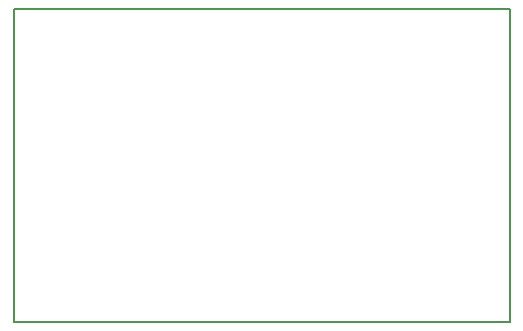
<source format=gko>
G04 Layer_Color=16711935*
%FSLAX25Y25*%
%MOIN*%
G70*
G01*
G75*
%ADD23C,0.00787*%
D23*
X0Y104331D02*
X165354D01*
Y0D02*
Y104331D01*
X0Y0D02*
X165354D01*
X0D02*
Y104331D01*
M02*

</source>
